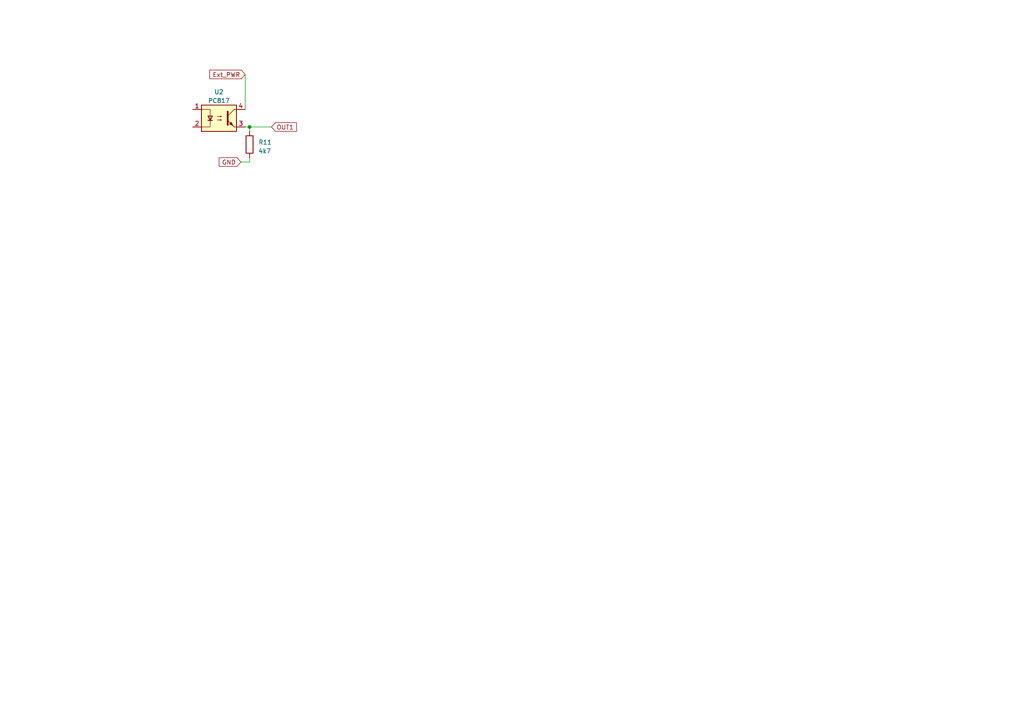
<source format=kicad_sch>
(kicad_sch (version 20230121) (generator eeschema)

  (uuid e2e097a4-f43e-4f9c-803e-6da79f12131a)

  (paper "A4")

  (lib_symbols
    (symbol "Device:R" (pin_numbers hide) (pin_names (offset 0)) (in_bom yes) (on_board yes)
      (property "Reference" "R" (at 2.032 0 90)
        (effects (font (size 1.27 1.27)))
      )
      (property "Value" "R" (at 0 0 90)
        (effects (font (size 1.27 1.27)))
      )
      (property "Footprint" "" (at -1.778 0 90)
        (effects (font (size 1.27 1.27)) hide)
      )
      (property "Datasheet" "~" (at 0 0 0)
        (effects (font (size 1.27 1.27)) hide)
      )
      (property "ki_keywords" "R res resistor" (at 0 0 0)
        (effects (font (size 1.27 1.27)) hide)
      )
      (property "ki_description" "Resistor" (at 0 0 0)
        (effects (font (size 1.27 1.27)) hide)
      )
      (property "ki_fp_filters" "R_*" (at 0 0 0)
        (effects (font (size 1.27 1.27)) hide)
      )
      (symbol "R_0_1"
        (rectangle (start -1.016 -2.54) (end 1.016 2.54)
          (stroke (width 0.254) (type default))
          (fill (type none))
        )
      )
      (symbol "R_1_1"
        (pin passive line (at 0 3.81 270) (length 1.27)
          (name "~" (effects (font (size 1.27 1.27))))
          (number "1" (effects (font (size 1.27 1.27))))
        )
        (pin passive line (at 0 -3.81 90) (length 1.27)
          (name "~" (effects (font (size 1.27 1.27))))
          (number "2" (effects (font (size 1.27 1.27))))
        )
      )
    )
    (symbol "Isolator:PC817" (pin_names (offset 1.016)) (in_bom yes) (on_board yes)
      (property "Reference" "U" (at -5.08 5.08 0)
        (effects (font (size 1.27 1.27)) (justify left))
      )
      (property "Value" "PC817" (at 0 5.08 0)
        (effects (font (size 1.27 1.27)) (justify left))
      )
      (property "Footprint" "Package_DIP:DIP-4_W7.62mm" (at -5.08 -5.08 0)
        (effects (font (size 1.27 1.27) italic) (justify left) hide)
      )
      (property "Datasheet" "http://www.soselectronic.cz/a_info/resource/d/pc817.pdf" (at 0 0 0)
        (effects (font (size 1.27 1.27)) (justify left) hide)
      )
      (property "ki_keywords" "NPN DC Optocoupler" (at 0 0 0)
        (effects (font (size 1.27 1.27)) hide)
      )
      (property "ki_description" "DC Optocoupler, Vce 35V, CTR 50-300%, DIP-4" (at 0 0 0)
        (effects (font (size 1.27 1.27)) hide)
      )
      (property "ki_fp_filters" "DIP*W7.62mm*" (at 0 0 0)
        (effects (font (size 1.27 1.27)) hide)
      )
      (symbol "PC817_0_1"
        (rectangle (start -5.08 3.81) (end 5.08 -3.81)
          (stroke (width 0.254) (type default))
          (fill (type background))
        )
        (polyline
          (pts
            (xy -3.175 -0.635)
            (xy -1.905 -0.635)
          )
          (stroke (width 0.254) (type default))
          (fill (type none))
        )
        (polyline
          (pts
            (xy 2.54 0.635)
            (xy 4.445 2.54)
          )
          (stroke (width 0) (type default))
          (fill (type none))
        )
        (polyline
          (pts
            (xy 4.445 -2.54)
            (xy 2.54 -0.635)
          )
          (stroke (width 0) (type default))
          (fill (type outline))
        )
        (polyline
          (pts
            (xy 4.445 -2.54)
            (xy 5.08 -2.54)
          )
          (stroke (width 0) (type default))
          (fill (type none))
        )
        (polyline
          (pts
            (xy 4.445 2.54)
            (xy 5.08 2.54)
          )
          (stroke (width 0) (type default))
          (fill (type none))
        )
        (polyline
          (pts
            (xy -5.08 2.54)
            (xy -2.54 2.54)
            (xy -2.54 -0.635)
          )
          (stroke (width 0) (type default))
          (fill (type none))
        )
        (polyline
          (pts
            (xy -2.54 -0.635)
            (xy -2.54 -2.54)
            (xy -5.08 -2.54)
          )
          (stroke (width 0) (type default))
          (fill (type none))
        )
        (polyline
          (pts
            (xy 2.54 1.905)
            (xy 2.54 -1.905)
            (xy 2.54 -1.905)
          )
          (stroke (width 0.508) (type default))
          (fill (type none))
        )
        (polyline
          (pts
            (xy -2.54 -0.635)
            (xy -3.175 0.635)
            (xy -1.905 0.635)
            (xy -2.54 -0.635)
          )
          (stroke (width 0.254) (type default))
          (fill (type none))
        )
        (polyline
          (pts
            (xy -0.508 -0.508)
            (xy 0.762 -0.508)
            (xy 0.381 -0.635)
            (xy 0.381 -0.381)
            (xy 0.762 -0.508)
          )
          (stroke (width 0) (type default))
          (fill (type none))
        )
        (polyline
          (pts
            (xy -0.508 0.508)
            (xy 0.762 0.508)
            (xy 0.381 0.381)
            (xy 0.381 0.635)
            (xy 0.762 0.508)
          )
          (stroke (width 0) (type default))
          (fill (type none))
        )
        (polyline
          (pts
            (xy 3.048 -1.651)
            (xy 3.556 -1.143)
            (xy 4.064 -2.159)
            (xy 3.048 -1.651)
            (xy 3.048 -1.651)
          )
          (stroke (width 0) (type default))
          (fill (type outline))
        )
      )
      (symbol "PC817_1_1"
        (pin passive line (at -7.62 2.54 0) (length 2.54)
          (name "~" (effects (font (size 1.27 1.27))))
          (number "1" (effects (font (size 1.27 1.27))))
        )
        (pin passive line (at -7.62 -2.54 0) (length 2.54)
          (name "~" (effects (font (size 1.27 1.27))))
          (number "2" (effects (font (size 1.27 1.27))))
        )
        (pin passive line (at 7.62 -2.54 180) (length 2.54)
          (name "~" (effects (font (size 1.27 1.27))))
          (number "3" (effects (font (size 1.27 1.27))))
        )
        (pin passive line (at 7.62 2.54 180) (length 2.54)
          (name "~" (effects (font (size 1.27 1.27))))
          (number "4" (effects (font (size 1.27 1.27))))
        )
      )
    )
  )

  (junction (at 72.39 36.83) (diameter 0) (color 0 0 0 0)
    (uuid fd8da144-dca2-4b61-b2cd-33b48b573742)
  )

  (wire (pts (xy 72.39 46.99) (xy 72.39 45.72))
    (stroke (width 0) (type default))
    (uuid 8a558115-94e1-4402-8b47-9e241e8d2434)
  )
  (wire (pts (xy 72.39 36.83) (xy 72.39 38.1))
    (stroke (width 0) (type default))
    (uuid 8c363c93-fc60-4d87-96f7-973ad979f7cd)
  )
  (wire (pts (xy 72.39 36.83) (xy 78.74 36.83))
    (stroke (width 0) (type default))
    (uuid 9b144639-1b00-4cff-ad68-9f2b8b0abdda)
  )
  (wire (pts (xy 69.85 46.99) (xy 72.39 46.99))
    (stroke (width 0) (type default))
    (uuid b6b7b9f4-a6fc-45ab-a0b1-1e85c92ad28c)
  )
  (wire (pts (xy 71.12 36.83) (xy 72.39 36.83))
    (stroke (width 0) (type default))
    (uuid f32b0a5c-c060-4da9-9323-384fed315f2a)
  )
  (wire (pts (xy 71.12 21.59) (xy 71.12 31.75))
    (stroke (width 0) (type default))
    (uuid fd9c1c2b-aa32-4974-abc8-3b28bab524b1)
  )

  (global_label "Ext_PWR" (shape input) (at 71.12 21.59 180) (fields_autoplaced)
    (effects (font (size 1.27 1.27)) (justify right))
    (uuid 654358b2-11b8-495b-bd94-be99bade3561)
    (property "Intersheetrefs" "${INTERSHEET_REFS}" (at 60.3524 21.59 0)
      (effects (font (size 1.27 1.27)) (justify right) hide)
    )
  )
  (global_label "OUT1" (shape input) (at 78.74 36.83 0) (fields_autoplaced)
    (effects (font (size 1.27 1.27)) (justify left))
    (uuid d54e6892-c3f1-4a61-897d-9e62e537e534)
    (property "Intersheetrefs" "${INTERSHEET_REFS}" (at 86.4839 36.83 0)
      (effects (font (size 1.27 1.27)) (justify left) hide)
    )
  )
  (global_label "GND" (shape input) (at 69.85 46.99 180) (fields_autoplaced)
    (effects (font (size 1.27 1.27)) (justify right))
    (uuid db43ac2a-dd8d-477d-9d09-038edbf72b8a)
    (property "Intersheetrefs" "${INTERSHEET_REFS}" (at 63.0737 46.99 0)
      (effects (font (size 1.27 1.27)) (justify right) hide)
    )
  )

  (symbol (lib_id "Device:R") (at 72.39 41.91 0) (unit 1)
    (in_bom yes) (on_board yes) (dnp no) (fields_autoplaced)
    (uuid 5459eb15-f747-49c0-b914-8125ee345b45)
    (property "Reference" "R11" (at 74.93 41.275 0)
      (effects (font (size 1.27 1.27)) (justify left))
    )
    (property "Value" "4k7" (at 74.93 43.815 0)
      (effects (font (size 1.27 1.27)) (justify left))
    )
    (property "Footprint" "Resistor_SMD:R_0402_1005Metric" (at 70.612 41.91 90)
      (effects (font (size 1.27 1.27)) hide)
    )
    (property "Datasheet" "~" (at 72.39 41.91 0)
      (effects (font (size 1.27 1.27)) hide)
    )
    (pin "1" (uuid d25e3068-ae61-4cb7-9469-8e0cd62d490b))
    (pin "2" (uuid 57617e85-0e1b-4895-be66-a2df7592f85a))
    (instances
      (project "MRBx60"
        (path "/fd34cfbe-85d5-407d-b5ab-43ea09af45be/99e2bb71-767c-43bc-a873-2ff0dc6711ba"
          (reference "R11") (unit 1)
        )
        (path "/fd34cfbe-85d5-407d-b5ab-43ea09af45be/de2e51f5-26a5-4845-bc00-a240b2b87d1e"
          (reference "R13") (unit 1)
        )
      )
    )
  )

  (symbol (lib_id "Isolator:PC817") (at 63.5 34.29 0) (unit 1)
    (in_bom yes) (on_board yes) (dnp no) (fields_autoplaced)
    (uuid 6a9a66e7-3ca1-4be7-8132-93cf86ae8ed1)
    (property "Reference" "U2" (at 63.5 26.67 0)
      (effects (font (size 1.27 1.27)))
    )
    (property "Value" "PC817" (at 63.5 29.21 0)
      (effects (font (size 1.27 1.27)))
    )
    (property "Footprint" "Package_DIP:DIP-4_W7.62mm" (at 58.42 39.37 0)
      (effects (font (size 1.27 1.27) italic) (justify left) hide)
    )
    (property "Datasheet" "http://www.soselectronic.cz/a_info/resource/d/pc817.pdf" (at 63.5 34.29 0)
      (effects (font (size 1.27 1.27)) (justify left) hide)
    )
    (pin "1" (uuid 4bf090d1-4ec8-4ce0-a548-4f5c834c139c))
    (pin "2" (uuid 314eddf5-5656-43df-ad2b-f4184f912aaf))
    (pin "3" (uuid 519426a4-376e-44c8-a937-dc08c51b4822))
    (pin "4" (uuid d9c78dda-0060-4aea-99f8-1242b1906220))
    (instances
      (project "MRBx60"
        (path "/fd34cfbe-85d5-407d-b5ab-43ea09af45be/de2e51f5-26a5-4845-bc00-a240b2b87d1e"
          (reference "U2") (unit 1)
        )
      )
    )
  )
)

</source>
